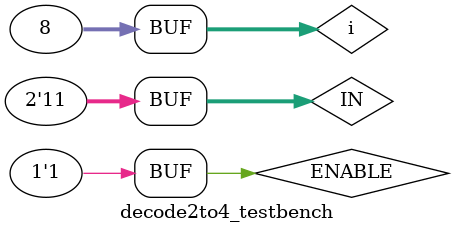
<source format=sv>
/* NAME					|	decode2to4.sv
	-------------------------------------------------------------------------------------------------
	DESCRIPTION       |  Converts 2 bit data to 4 bit data
 ---------------------------------------------------------------------------------------------------
	PARAMETERS			|	TYPE					|	DESCRIPTION					
 ---------------------------------------------------------------------------------------------------
	OUT		         |	OUTPUT [3:0]		|	4-bit interpretation of the input
	IN						|	INPUT	 [1:0]		|	Data to be decoded, from 2 to 4 bit
	ENABLE				|	INPUT  				| 	Determines if the decoder is on or off
	#################################################################################################
	AUTHOR            | Minhhue H Khuu
	ASSIGNMENT			| Lab 1: Register File
	CLASS					| EE 471
	DATE					| 01/16/2015
	#################################################################################################
*/ 
module decode2to4(IN, OUT, ENABLE);
	
	// ports
	input [1:0] IN;
	input ENABLE;
	output [3:0] OUT;
	
	// wires
	wire [1:0] dec1to2OUT;

	// 1:2 decoders
	decode1to2 d12_0 (.IN(IN[1]), .OUT(dec1to2OUT), .ENABLE(ENABLE));
	decode1to2 d12_1 (.IN(IN[0]), .OUT(OUT[1:0]), .ENABLE(dec1to2OUT[0]));
	decode1to2 d12_2 (.IN(IN[0]), .OUT(OUT[3:2]), .ENABLE(dec1to2OUT[1]));

endmodule


// test
module decode2to4_testbench();
	reg [1:0] IN;
	reg ENABLE;
	wire [3:0] OUT;

	decode2to4 dut (.IN, .OUT, .ENABLE);

	integer i;
	initial begin
		for(i=0; i<8; i++) begin
			{IN, ENABLE} = i; #10;
		end
	end
endmodule 
</source>
